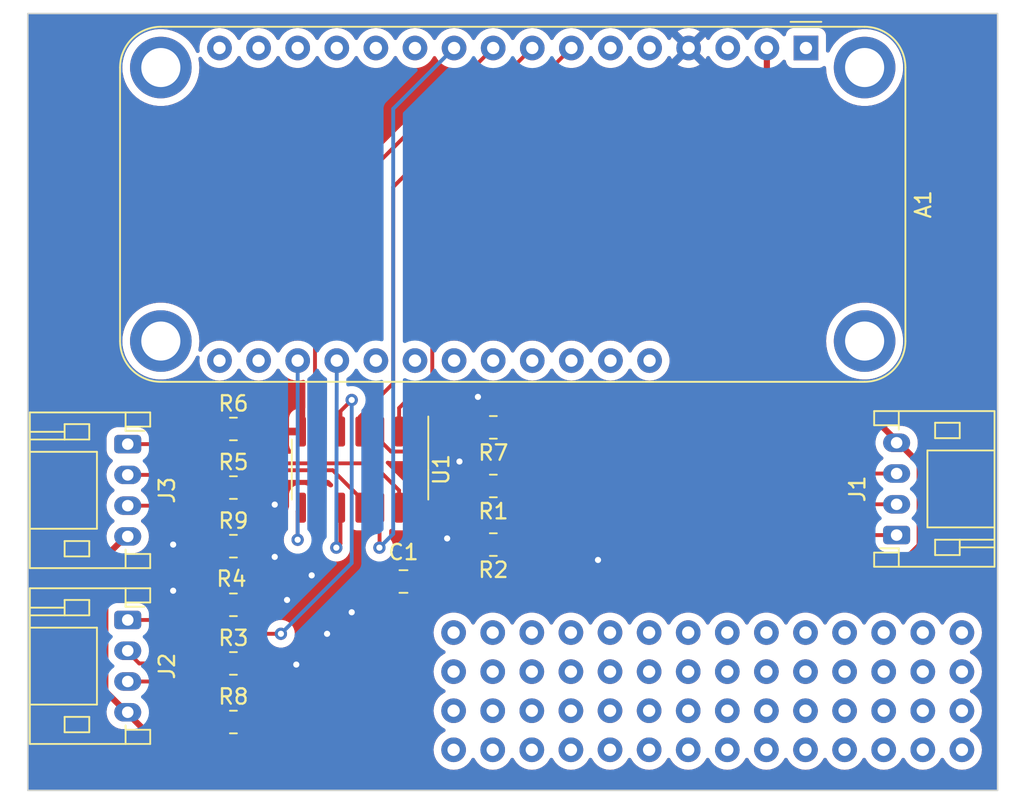
<source format=kicad_pcb>
(kicad_pcb (version 20221018) (generator pcbnew)
  (layers (0 "F.Cu" signal) (31 "B.Cu" signal) (34 "B.Paste" user) (35 "F.Paste" user) (36 "B.SilkS" user "B.Silkscreen") (37 "F.SilkS" user "F.Silkscreen") (38 "B.Mask" user) (39 "F.Mask" user) (44 "Edge.Cuts" user))
  (net 0 "")
  (net 2 "+3V3")
  (net 4 "GND")
  (net 7 "Net-(A1-I34{slash}A2)")
  (net 8 "Net-(A1-I39{slash}A3)")
  (net 9 "Net-(A1-IO36{slash}A4)")
  (net 10 "Net-(A1-IO4{slash}A5)")
  (net 19 "Net-(A1-A6{slash}IO14)")
  (net 20 "Net-(A1-A7{slash}IO32)")
  (net 29 "Net-(J1-Pin_1)")
  (net 30 "Net-(J1-Pin_2)")
  (net 31 "Net-(J1-Pin_3)")
  (net 32 "Net-(J2-Pin_1)")
  (net 33 "Net-(J2-Pin_2)")
  (net 34 "Net-(J2-Pin_3)")
  (net 35 "Net-(J3-Pin_1)")
  (net 36 "Net-(J3-Pin_2)")
  (net 37 "Net-(J3-Pin_3)")
  (footprint "Resistor_SMD:R_0805_2012Metric_Pad1.20x1.40mm_HandSolder" (layer "F.Cu") (at 30.115 48.895)
    (fp_text reference "R5" (at 0 -1.65) (layer "F.SilkS"))
    (fp_text value "4.7k")
    (fp_line (start -0.227064 -0.735) (end 0.227064 -0.735) (stroke (width 0.12)) (layer "F.SilkS"))
    (fp_line (start -0.227064 0.735) (end 0.227064 0.735) (stroke (width 0.12)) (layer "F.SilkS"))
    (pad "1" smd roundrect (at -1 0) (size 1.2 1.4) (layers "F.Cu" "F.Paste" "F.Mask") (roundrect_rratio 0.2083333333) (net 36 "Net-(J3-Pin_2)"))
    (pad "2" smd roundrect (at 1 0) (size 1.2 1.4) (layers "F.Cu" "F.Paste" "F.Mask") (roundrect_rratio 0.2083333333) (net 4 "GND"))
  )
  (footprint "Connector_JST:JST_PH_S4B-PH-K_1x04_P2.00mm_Horizontal" (layer "F.Cu") (at 23.25 57.5 -90)
    (fp_text reference "J2" (at 3 -2.55 90) (layer "F.SilkS"))
    (fp_text value "Left Motor")
    (fp_line (start -2.06 -1.46) (end -2.06 6.36) (stroke (width 0.12)) (layer "F.SilkS"))
    (fp_line (start -2.06 0.14) (end -1.14 0.14) (stroke (width 0.12)) (layer "F.SilkS"))
    (fp_line (start -2.06 6.36) (end 8.06 6.36) (stroke (width 0.12)) (layer "F.SilkS"))
    (fp_line (start -1.3 2.5) (end -1.3 4.1) (stroke (width 0.12)) (layer "F.SilkS"))
    (fp_line (start -1.3 4.1) (end -0.3 4.1) (stroke (width 0.12)) (layer "F.SilkS"))
    (fp_line (start -1.14 -1.46) (end -2.06 -1.46) (stroke (width 0.12)) (layer "F.SilkS"))
    (fp_line (start -1.14 0.14) (end -1.14 -1.46) (stroke (width 0.12)) (layer "F.SilkS"))
    (fp_line (start -0.86 0.14) (end -1.14 0.14) (stroke (width 0.12)) (layer "F.SilkS"))
    (fp_line (start -0.86 0.14) (end -0.86 -1.075) (stroke (width 0.12)) (layer "F.SilkS"))
    (fp_line (start -0.8 4.1) (end -0.8 6.36) (stroke (width 0.12)) (layer "F.SilkS"))
    (fp_line (start -0.3 2.5) (end -1.3 2.5) (stroke (width 0.12)) (layer "F.SilkS"))
    (fp_line (start -0.3 4.1) (end -0.3 2.5) (stroke (width 0.12)) (layer "F.SilkS"))
    (fp_line (start -0.3 4.1) (end -0.3 6.36) (stroke (width 0.12)) (layer "F.SilkS"))
    (fp_line (start 0.5 2) (end 5.5 2) (stroke (width 0.12)) (layer "F.SilkS"))
    (fp_line (start 0.5 6.36) (end 0.5 2) (stroke (width 0.12)) (layer "F.SilkS"))
    (fp_line (start 5.5 2) (end 5.5 6.36) (stroke (width 0.12)) (layer "F.SilkS"))
    (fp_line (start 6.3 2.5) (end 7.3 2.5) (stroke (width 0.12)) (layer "F.SilkS"))
    (fp_line (start 6.3 4.1) (end 6.3 2.5) (stroke (width 0.12)) (layer "F.SilkS"))
    (fp_line (start 7.14 -1.46) (end 7.14 0.14) (stroke (width 0.12)) (layer "F.SilkS"))
    (fp_line (start 7.14 0.14) (end 6.86 0.14) (stroke (width 0.12)) (layer "F.SilkS"))
    (fp_line (start 7.3 2.5) (end 7.3 4.1) (stroke (width 0.12)) (layer "F.SilkS"))
    (fp_line (start 7.3 4.1) (end 6.3 4.1) (stroke (width 0.12)) (layer "F.SilkS"))
    (fp_line (start 8.06 -1.46) (end 7.14 -1.46) (stroke (width 0.12)) (layer "F.SilkS"))
    (fp_line (start 8.06 0.14) (end 7.14 0.14) (stroke (width 0.12)) (layer "F.SilkS"))
    (fp_line (start 8.06 6.36) (end 8.06 -1.46) (stroke (width 0.12)) (layer "F.SilkS"))
    (pad "1" thru_hole roundrect (at 0 0 270) (size 1.2 1.75) (drill 0.75) (layers "*.Cu" "*.Mask") (roundrect_rratio 0.2083333333) (net 32 "Net-(J2-Pin_1)"))
    (pad "2" thru_hole oval (at 2 0 270) (size 1.2 1.75) (drill 0.75) (layers "*.Cu" "*.Mask") (net 33 "Net-(J2-Pin_2)"))
    (pad "3" thru_hole oval (at 4 0 270) (size 1.2 1.75) (drill 0.75) (layers "*.Cu" "*.Mask") (net 34 "Net-(J2-Pin_3)"))
    (pad "4" thru_hole oval (at 6 0 270) (size 1.2 1.75) (drill 0.75) (layers "*.Cu" "*.Mask") (net 2 "+3V3"))
  )
  (footprint "Resistor_SMD:R_0805_2012Metric_Pad1.20x1.40mm_HandSolder" (layer "F.Cu") (at 30.115 60.325)
    (fp_text reference "R3" (at 0 -1.65) (layer "F.SilkS"))
    (fp_text value "4.7k")
    (fp_line (start -0.227064 -0.735) (end 0.227064 -0.735) (stroke (width 0.12)) (layer "F.SilkS"))
    (fp_line (start -0.227064 0.735) (end 0.227064 0.735) (stroke (width 0.12)) (layer "F.SilkS"))
    (pad "1" smd roundrect (at -1 0) (size 1.2 1.4) (layers "F.Cu" "F.Paste" "F.Mask") (roundrect_rratio 0.2083333333) (net 33 "Net-(J2-Pin_2)"))
    (pad "2" smd roundrect (at 1 0) (size 1.2 1.4) (layers "F.Cu" "F.Paste" "F.Mask") (roundrect_rratio 0.2083333333) (net 4 "GND"))
  )
  (footprint "Package_SO:SOIC-14_3.9x8.7mm_P1.27mm" (layer "F.Cu") (at 38.34 47.725 -90)
    (fp_text reference "U1" (at 0 -5.28 -90) (layer "F.SilkS"))
    (fp_text value "74HC14")
    (fp_line (start 0 -4.435) (end -3.45 -4.435) (stroke (width 0.12)) (layer "F.SilkS"))
    (fp_line (start 0 -4.435) (end 1.95 -4.435) (stroke (width 0.12)) (layer "F.SilkS"))
    (fp_line (start 0 4.435) (end -1.95 4.435) (stroke (width 0.12)) (layer "F.SilkS"))
    (fp_line (start 0 4.435) (end 1.95 4.435) (stroke (width 0.12)) (layer "F.SilkS"))
    (pad "1" smd roundrect (at -2.475 -3.81 270) (size 1.95 0.6) (layers "F.Cu" "F.Paste" "F.Mask") (net 30 "Net-(J1-Pin_2)"))
    (pad "2" smd roundrect (at -2.475 -2.54 270) (size 1.95 0.6) (layers "F.Cu" "F.Paste" "F.Mask") (net 7 "Net-(A1-I34{slash}A2)"))
    (pad "3" smd roundrect (at -2.475 -1.27 270) (size 1.95 0.6) (layers "F.Cu" "F.Paste" "F.Mask") (net 29 "Net-(J1-Pin_1)"))
    (pad "4" smd roundrect (at -2.475 0 270) (size 1.95 0.6) (layers "F.Cu" "F.Paste" "F.Mask") (net 8 "Net-(A1-I39{slash}A3)"))
    (pad "5" smd roundrect (at -2.475 1.27 270) (size 1.95 0.6) (layers "F.Cu" "F.Paste" "F.Mask") (net 33 "Net-(J2-Pin_2)"))
    (pad "6" smd roundrect (at -2.475 2.54 270) (size 1.95 0.6) (layers "F.Cu" "F.Paste" "F.Mask") (net 9 "Net-(A1-IO36{slash}A4)"))
    (pad "7" smd roundrect (at -2.475 3.81 270) (size 1.95 0.6) (layers "F.Cu" "F.Paste" "F.Mask") (net 4 "GND"))
    (pad "8" smd roundrect (at 2.475 3.81 270) (size 1.95 0.6) (layers "F.Cu" "F.Paste" "F.Mask") (net 19 "Net-(A1-A6{slash}IO14)"))
    (pad "9" smd roundrect (at 2.475 2.54 270) (size 1.95 0.6) (layers "F.Cu" "F.Paste" "F.Mask") (net 32 "Net-(J2-Pin_1)"))
    (pad "10" smd roundrect (at 2.475 1.27 270) (size 1.95 0.6) (layers "F.Cu" "F.Paste" "F.Mask") (net 20 "Net-(A1-A7{slash}IO32)"))
    (pad "11" smd roundrect (at 2.475 0 270) (size 1.95 0.6) (layers "F.Cu" "F.Paste" "F.Mask") (net 36 "Net-(J3-Pin_2)"))
    (pad "12" smd roundrect (at 2.475 -1.27 270) (size 1.95 0.6) (layers "F.Cu" "F.Paste" "F.Mask") (net 10 "Net-(A1-IO4{slash}A5)"))
    (pad "13" smd roundrect (at 2.475 -2.54 270) (size 1.95 0.6) (layers "F.Cu" "F.Paste" "F.Mask") (net 35 "Net-(J3-Pin_1)"))
    (pad "14" smd roundrect (at 2.475 -3.81 270) (size 1.95 0.6) (layers "F.Cu" "F.Paste" "F.Mask") (net 2 "+3V3"))
  )
  (footprint "Capacitor_SMD:C_0805_2012Metric_Pad1.18x1.45mm_HandSolder" (layer "F.Cu") (at 41.1625 55 180)
    (fp_text reference "C1" (at 0 1.905) (layer "F.SilkS"))
    (fp_text value "0.1uF")
    (fp_line (start -0.261252 -0.735) (end 0.261252 -0.735) (stroke (width 0.12)) (layer "F.SilkS"))
    (fp_line (start -0.261252 0.735) (end 0.261252 0.735) (stroke (width 0.12)) (layer "F.SilkS"))
    (pad "1" smd roundrect (at -1.0375 0 180) (size 1.175 1.45) (layers "F.Cu" "F.Paste" "F.Mask") (roundrect_rratio 0.2127659574) (net 2 "+3V3"))
    (pad "2" smd roundrect (at 1.0375 0 180) (size 1.175 1.45) (layers "F.Cu" "F.Paste" "F.Mask") (roundrect_rratio 0.2127659574) (net 4 "GND"))
  )
  (footprint "Resistor_SMD:R_0805_2012Metric_Pad1.20x1.40mm_HandSolder" (layer "F.Cu") (at 47 48.79 180)
    (fp_text reference "R1" (at 0 -1.65) (layer "F.SilkS"))
    (fp_text value "4.7k")
    (fp_line (start -0.227064 -0.735) (end 0.227064 -0.735) (stroke (width 0.12)) (layer "F.SilkS"))
    (fp_line (start -0.227064 0.735) (end 0.227064 0.735) (stroke (width 0.12)) (layer "F.SilkS"))
    (pad "1" smd roundrect (at -1 0 180) (size 1.2 1.4) (layers "F.Cu" "F.Paste" "F.Mask") (roundrect_rratio 0.2083333333) (net 30 "Net-(J1-Pin_2)"))
    (pad "2" smd roundrect (at 1 0 180) (size 1.2 1.4) (layers "F.Cu" "F.Paste" "F.Mask") (roundrect_rratio 0.2083333333) (net 4 "GND"))
  )
  (footprint "Ferg Library:proto grid 14x4" (layer "F.Cu") (at 62.2 63.4)
    (fp_text reference "" (at 0 -0.5 unlocked) (layer "F.SilkS") (effects (font (thickness 0.1))))
    (fp_text value "proto grid 14x4")
    (pad "1" thru_hole oval (at -17.78 -5.08) (size 1.6 1.6) (drill 0.8) (layers "*.Cu" "*.Mask"))
    (pad "2" thru_hole oval (at -15.24 -5.08) (size 1.6 1.6) (drill 0.8) (layers "*.Cu" "*.Mask"))
    (pad "3" thru_hole oval (at -12.7 -5.08) (size 1.6 1.6) (drill 0.8) (layers "*.Cu" "*.Mask"))
    (pad "4" thru_hole oval (at -10.16 -5.08) (size 1.6 1.6) (drill 0.8) (layers "*.Cu" "*.Mask"))
    (pad "5" thru_hole oval (at -7.62 -5.08) (size 1.6 1.6) (drill 0.8) (layers "*.Cu" "*.Mask"))
    (pad "6" thru_hole oval (at -5.08 -5.08) (size 1.6 1.6) (drill 0.8) (layers "*.Cu" "*.Mask"))
    (pad "7" thru_hole oval (at -2.54 -5.08) (size 1.6 1.6) (drill 0.8) (layers "*.Cu" "*.Mask"))
    (pad "8" thru_hole oval (at 0 -5.08) (size 1.6 1.6) (drill 0.8) (layers "*.Cu" "*.Mask"))
    (pad "9" thru_hole oval (at 2.54 -5.08) (size 1.6 1.6) (drill 0.8) (layers "*.Cu" "*.Mask"))
    (pad "10" thru_hole oval (at 5.08 -5.08) (size 1.6 1.6) (drill 0.8) (layers "*.Cu" "*.Mask"))
    (pad "11" thru_hole oval (at 7.62 -5.08) (size 1.6 1.6) (drill 0.8) (layers "*.Cu" "*.Mask"))
    (pad "12" thru_hole oval (at 10.16 -5.08) (size 1.6 1.6) (drill 0.8) (layers "*.Cu" "*.Mask"))
    (pad "13" thru_hole oval (at 12.7 -5.08) (size 1.6 1.6) (drill 0.8) (layers "*.Cu" "*.Mask"))
    (pad "14" thru_hole oval (at 15.24 -5.08) (size 1.6 1.6) (drill 0.8) (layers "*.Cu" "*.Mask"))
    (pad "15" thru_hole oval (at -17.78 -2.54) (size 1.6 1.6) (drill 0.8) (layers "*.Cu" "*.Mask"))
    (pad "16" thru_hole oval (at -15.24 -2.54) (size 1.6 1.6) (drill 0.8) (layers "*.Cu" "*.Mask"))
    (pad "17" thru_hole oval (at -12.7 -2.54) (size 1.6 1.6) (drill 0.8) (layers "*.Cu" "*.Mask"))
    (pad "18" thru_hole oval (at -10.16 -2.54) (size 1.6 1.6) (drill 0.8) (layers "*.Cu" "*.Mask"))
    (pad "19" thru_hole oval (at -7.62 -2.54) (size 1.6 1.6) (drill 0.8) (layers "*.Cu" "*.Mask"))
    (pad "20" thru_hole oval (at -5.08 -2.54) (size 1.6 1.6) (drill 0.8) (layers "*.Cu" "*.Mask"))
    (pad "21" thru_hole oval (at -2.54 -2.54) (size 1.6 1.6) (drill 0.8) (layers "*.Cu" "*.Mask"))
    (pad "22" thru_hole oval (at 0 -2.54) (size 1.6 1.6) (drill 0.8) (layers "*.Cu" "*.Mask"))
    (pad "23" thru_hole oval (at 2.54 -2.54) (size 1.6 1.6) (drill 0.8) (layers "*.Cu" "*.Mask"))
    (pad "24" thru_hole oval (at 5.08 -2.54) (size 1.6 1.6) (drill 0.8) (layers "*.Cu" "*.Mask"))
    (pad "25" thru_hole oval (at 7.62 -2.54) (size 1.6 1.6) (drill 0.8) (layers "*.Cu" "*.Mask"))
    (pad "26" thru_hole oval (at 10.16 -2.54) (size 1.6 1.6) (drill 0.8) (layers "*.Cu" "*.Mask"))
    (pad "27" thru_hole oval (at 12.7 -2.54) (size 1.6 1.6) (drill 0.8) (layers "*.Cu" "*.Mask"))
    (pad "28" thru_hole oval (at 15.24 -2.54) (size 1.6 1.6) (drill 0.8) (layers "*.Cu" "*.Mask"))
    (pad "29" thru_hole oval (at -17.78 0) (size 1.6 1.6) (drill 0.8) (layers "*.Cu" "*.Mask"))
    (pad "30" thru_hole oval (at -15.24 0) (size 1.6 1.6) (drill 0.8) (layers "*.Cu" "*.Mask"))
    (pad "31" thru_hole oval (at -12.7 0) (size 1.6 1.6) (drill 0.8) (layers "*.Cu" "*.Mask"))
    (pad "32" thru_hole oval (at -10.16 0) (size 1.6 1.6) (drill 0.8) (layers "*.Cu" "*.Mask"))
    (pad "33" thru_hole oval (at -7.62 0) (size 1.6 1.6) (drill 0.8) (layers "*.Cu" "*.Mask"))
    (pad "34" thru_hole oval (at -5.08 0) (size 1.6 1.6) (drill 0.8) (layers "*.Cu" "*.Mask"))
    (pad "35" thru_hole oval (at -2.54 0) (size 1.6 1.6) (drill 0.8) (layers "*.Cu" "*.Mask"))
    (pad "36" thru_hole oval (at 0 0) (size 1.6 1.6) (drill 0.8) (layers "*.Cu" "*.Mask"))
    (pad "37" thru_hole oval (at 2.54 0) (size 1.6 1.6) (drill 0.8) (layers "*.Cu" "*.Mask"))
    (pad "38" thru_hole oval (at 5.08 0) (size 1.6 1.6) (drill 0.8) (layers "*.Cu" "*.Mask"))
    (pad "39" thru_hole oval (at 7.62 0) (size 1.6 1.6) (drill 0.8) (layers "*.Cu" "*.Mask"))
    (pad "40" thru_hole oval (at 10.16 0) (size 1.6 1.6) (drill 0.8) (layers "*.Cu" "*.Mask"))
    (pad "41" thru_hole oval (at 12.7 0) (size 1.6 1.6) (drill 0.8) (layers "*.Cu" "*.Mask"))
    (pad "42" thru_hole oval (at 15.24 0) (size 1.6 1.6) (drill 0.8) (layers "*.Cu" "*.Mask"))
    (pad "43" thru_hole oval (at -17.78 2.54) (size 1.6 1.6) (drill 0.8) (layers "*.Cu" "*.Mask"))
    (pad "44" thru_hole oval (at -15.24 2.54) (size 1.6 1.6) (drill 0.8) (layers "*.Cu" "*.Mask"))
    (pad "45" thru_hole oval (at -12.7 2.54) (size 1.6 1.6) (drill 0.8) (layers "*.Cu" "*.Mask"))
    (pad "46" thru_hole oval (at -10.16 2.54) (size 1.6 1.6) (drill 0.8) (layers "*.Cu" "*.Mask"))
    (pad "47" thru_hole oval (at -7.62 2.54) (size 1.6 1.6) (drill 0.8) (layers "*.Cu" "*.Mask"))
    (pad "48" thru_hole oval (at -5.08 2.54) (size 1.6 1.6) (drill 0.8) (layers "*.Cu" "*.Mask"))
    (pad "49" thru_hole oval (at -2.54 2.54) (size 1.6 1.6) (drill 0.8) (layers "*.Cu" "*.Mask"))
    (pad "50" thru_hole oval (at 0 2.54) (size 1.6 1.6) (drill 0.8) (layers "*.Cu" "*.Mask"))
    (pad "51" thru_hole oval (at 2.54 2.54) (size 1.6 1.6) (drill 0.8) (layers "*.Cu" "*.Mask"))
    (pad "52" thru_hole oval (at 5.08 2.54) (size 1.6 1.6) (drill 0.8) (layers "*.Cu" "*.Mask"))
    (pad "53" thru_hole oval (at 7.62 2.54) (size 1.6 1.6) (drill 0.8) (layers "*.Cu" "*.Mask"))
    (pad "54" thru_hole oval (at 10.16 2.54) (size 1.6 1.6) (drill 0.8) (layers "*.Cu" "*.Mask"))
    (pad "55" thru_hole oval (at 12.7 2.54) (size 1.6 1.6) (drill 0.8) (layers "*.Cu" "*.Mask"))
    (pad "56" thru_hole oval (at 15.24 2.54) (size 1.6 1.6) (drill 0.8) (layers "*.Cu" "*.Mask"))
  )
  (footprint "Resistor_SMD:R_0805_2012Metric_Pad1.20x1.40mm_HandSolder" (layer "F.Cu") (at 30.115 45.085)
    (fp_text reference "R6" (at 0 -1.65) (layer "F.SilkS"))
    (fp_text value "4.7k")
    (fp_line (start -0.227064 -0.735) (end 0.227064 -0.735) (stroke (width 0.12)) (layer "F.SilkS"))
    (fp_line (start -0.227064 0.735) (end 0.227064 0.735) (stroke (width 0.12)) (layer "F.SilkS"))
    (pad "1" smd roundrect (at -1 0) (size 1.2 1.4) (layers "F.Cu" "F.Paste" "F.Mask") (roundrect_rratio 0.2083333333) (net 35 "Net-(J3-Pin_1)"))
    (pad "2" smd roundrect (at 1 0) (size 1.2 1.4) (layers "F.Cu" "F.Paste" "F.Mask") (roundrect_rratio 0.2083333333) (net 4 "GND"))
  )
  (footprint "Connector_JST:JST_PH_S4B-PH-K_1x04_P2.00mm_Horizontal" (layer "F.Cu") (at 73.2 51.98204 90)
    (fp_text reference "J1" (at 3 -2.55 90) (layer "F.SilkS"))
    (fp_text value "Rear Motor")
    (fp_line (start -2.06 -1.46) (end -2.06 6.36) (stroke (width 0.12)) (layer "F.SilkS"))
    (fp_line (start -2.06 0.14) (end -1.14 0.14) (stroke (width 0.12)) (layer "F.SilkS"))
    (fp_line (start -2.06 6.36) (end 8.06 6.36) (stroke (width 0.12)) (layer "F.SilkS"))
    (fp_line (start -1.3 2.5) (end -1.3 4.1) (stroke (width 0.12)) (layer "F.SilkS"))
    (fp_line (start -1.3 4.1) (end -0.3 4.1) (stroke (width 0.12)) (layer "F.SilkS"))
    (fp_line (start -1.14 -1.46) (end -2.06 -1.46) (stroke (width 0.12)) (layer "F.SilkS"))
    (fp_line (start -1.14 0.14) (end -1.14 -1.46) (stroke (width 0.12)) (layer "F.SilkS"))
    (fp_line (start -0.86 0.14) (end -1.14 0.14) (stroke (width 0.12)) (layer "F.SilkS"))
    (fp_line (start -0.86 0.14) (end -0.86 -1.075) (stroke (width 0.12)) (layer "F.SilkS"))
    (fp_line (start -0.8 4.1) (end -0.8 6.36) (stroke (width 0.12)) (layer "F.SilkS"))
    (fp_line (start -0.3 2.5) (end -1.3 2.5) (stroke (width 0.12)) (layer "F.SilkS"))
    (fp_line (start -0.3 4.1) (end -0.3 2.5) (stroke (width 0.12)) (layer "F.SilkS"))
    (fp_line (start -0.3 4.1) (end -0.3 6.36) (stroke (width 0.12)) (layer "F.SilkS"))
    (fp_line (start 0.5 2) (end 5.5 2) (stroke (width 0.12)) (layer "F.SilkS"))
    (fp_line (start 0.5 6.36) (end 0.5 2) (stroke (width 0.12)) (layer "F.SilkS"))
    (fp_line (start 5.5 2) (end 5.5 6.36) (stroke (width 0.12)) (layer "F.SilkS"))
    (fp_line (start 6.3 2.5) (end 7.3 2.5) (stroke (width 0.12)) (layer "F.SilkS"))
    (fp_line (start 6.3 4.1) (end 6.3 2.5) (stroke (width 0.12)) (layer "F.SilkS"))
    (fp_line (start 7.14 -1.46) (end 7.14 0.14) (stroke (width 0.12)) (layer "F.SilkS"))
    (fp_line (start 7.14 0.14) (end 6.86 0.14) (stroke (width 0.12)) (layer "F.SilkS"))
    (fp_line (start 7.3 2.5) (end 7.3 4.1) (stroke (width 0.12)) (layer "F.SilkS"))
    (fp_line (start 7.3 4.1) (end 6.3 4.1) (stroke (width 0.12)) (layer "F.SilkS"))
    (fp_line (start 8.06 -1.46) (end 7.14 -1.46) (stroke (width 0.12)) (layer "F.SilkS"))
    (fp_line (start 8.06 0.14) (end 7.14 0.14) (stroke (width 0.12)) (layer "F.SilkS"))
    (fp_line (start 8.06 6.36) (end 8.06 -1.46) (stroke (width 0.12)) (layer "F.SilkS"))
    (pad "1" thru_hole roundrect (at 0 0 90) (size 1.2 1.75) (drill 0.75) (layers "*.Cu" "*.Mask") (roundrect_rratio 0.2083333333) (net 29 "Net-(J1-Pin_1)"))
    (pad "2" thru_hole oval (at 2 0 90) (size 1.2 1.75) (drill 0.75) (layers "*.Cu" "*.Mask") (net 30 "Net-(J1-Pin_2)"))
    (pad "3" thru_hole oval (at 4 0 90) (size 1.2 1.75) (drill 0.75) (layers "*.Cu" "*.Mask") (net 31 "Net-(J1-Pin_3)"))
    (pad "4" thru_hole oval (at 6 0 90) (size 1.2 1.75) (drill 0.75) (layers "*.Cu" "*.Mask") (net 2 "+3V3"))
  )
  (footprint "Resistor_SMD:R_0805_2012Metric_Pad1.20x1.40mm_HandSolder" (layer "F.Cu") (at 30.115 52.705)
    (fp_text reference "R9" (at 0 -1.65) (layer "F.SilkS"))
    (fp_text value "200")
    (fp_line (start -0.227064 -0.735) (end 0.227064 -0.735) (stroke (width 0.12)) (layer "F.SilkS"))
    (fp_line (start -0.227064 0.735) (end 0.227064 0.735) (stroke (width 0.12)) (layer "F.SilkS"))
    (pad "1" smd roundrect (at -1 0) (size 1.2 1.4) (layers "F.Cu" "F.Paste" "F.Mask") (roundrect_rratio 0.2083333333) (net 37 "Net-(J3-Pin_3)"))
    (pad "2" smd roundrect (at 1 0) (size 1.2 1.4) (layers "F.Cu" "F.Paste" "F.Mask") (roundrect_rratio 0.2083333333) (net 4 "GND"))
  )
  (footprint "Resistor_SMD:R_0805_2012Metric_Pad1.20x1.40mm_HandSolder" (layer "F.Cu") (at 47 44.98 180)
    (fp_text reference "R7" (at 0 -1.65) (layer "F.SilkS"))
    (fp_text value "200")
    (fp_line (start -0.227064 -0.735) (end 0.227064 -0.735) (stroke (width 0.12)) (layer "F.SilkS"))
    (fp_line (start -0.227064 0.735) (end 0.227064 0.735) (stroke (width 0.12)) (layer "F.SilkS"))
    (pad "1" smd roundrect (at -1 0 180) (size 1.2 1.4) (layers "F.Cu" "F.Paste" "F.Mask") (roundrect_rratio 0.2083333333) (net 31 "Net-(J1-Pin_3)"))
    (pad "2" smd roundrect (at 1 0 180) (size 1.2 1.4) (layers "F.Cu" "F.Paste" "F.Mask") (roundrect_rratio 0.2083333333) (net 4 "GND"))
  )
  (footprint "Connector_JST:JST_PH_S4B-PH-K_1x04_P2.00mm_Horizontal" (layer "F.Cu") (at 23.25 46.07 -90)
    (fp_text reference "J3" (at 3 -2.55 90) (layer "F.SilkS"))
    (fp_text value "Right Motor")
    (fp_line (start -2.06 -1.46) (end -2.06 6.36) (stroke (width 0.12)) (layer "F.SilkS"))
    (fp_line (start -2.06 0.14) (end -1.14 0.14) (stroke (width 0.12)) (layer "F.SilkS"))
    (fp_line (start -2.06 6.36) (end 8.06 6.36) (stroke (width 0.12)) (layer "F.SilkS"))
    (fp_line (start -1.3 2.5) (end -1.3 4.1) (stroke (width 0.12)) (layer "F.SilkS"))
    (fp_line (start -1.3 4.1) (end -0.3 4.1) (stroke (width 0.12)) (layer "F.SilkS"))
    (fp_line (start -1.14 -1.46) (end -2.06 -1.46) (stroke (width 0.12)) (layer "F.SilkS"))
    (fp_line (start -1.14 0.14) (end -1.14 -1.46) (stroke (width 0.12)) (layer "F.SilkS"))
    (fp_line (start -0.86 0.14) (end -1.14 0.14) (stroke (width 0.12)) (layer "F.SilkS"))
    (fp_line (start -0.86 0.14) (end -0.86 -1.075) (stroke (width 0.12)) (layer "F.SilkS"))
    (fp_line (start -0.8 4.1) (end -0.8 6.36) (stroke (width 0.12)) (layer "F.SilkS"))
    (fp_line (start -0.3 2.5) (end -1.3 2.5) (stroke (width 0.12)) (layer "F.SilkS"))
    (fp_line (start -0.3 4.1) (end -0.3 2.5) (stroke (width 0.12)) (layer "F.SilkS"))
    (fp_line (start -0.3 4.1) (end -0.3 6.36) (stroke (width 0.12)) (layer "F.SilkS"))
    (fp_line (start 0.5 2) (end 5.5 2) (stroke (width 0.12)) (layer "F.SilkS"))
    (fp_line (start 0.5 6.36) (end 0.5 2) (stroke (width 0.12)) (layer "F.SilkS"))
    (fp_line (start 5.5 2) (end 5.5 6.36) (stroke (width 0.12)) (layer "F.SilkS"))
    (fp_line (start 6.3 2.5) (end 7.3 2.5) (stroke (width 0.12)) (layer "F.SilkS"))
    (fp_line (start 6.3 4.1) (end 6.3 2.5) (stroke (width 0.12)) (layer "F.SilkS"))
    (fp_line (start 7.14 -1.46) (end 7.14 0.14) (stroke (width 0.12)) (layer "F.SilkS"))
    (fp_line (start 7.14 0.14) (end 6.86 0.14) (stroke (width 0.12)) (layer "F.SilkS"))
    (fp_line (start 7.3 2.5) (end 7.3 4.1) (stroke (width 0.12)) (layer "F.SilkS"))
    (fp_line (start 7.3 4.1) (end 6.3 4.1) (stroke (width 0.12)) (layer "F.SilkS"))
    (fp_line (start 8.06 -1.46) (end 7.14 -1.46) (stroke (width 0.12)) (layer "F.SilkS"))
    (fp_line (start 8.06 0.14) (end 7.14 0.14) (stroke (width 0.12)) (layer "F.SilkS"))
    (fp_line (start 8.06 6.36) (end 8.06 -1.46) (stroke (width 0.12)) (layer "F.SilkS"))
    (pad "1" thru_hole roundrect (at 0 0 270) (size 1.2 1.75) (drill 0.75) (layers "*.Cu" "*.Mask") (roundrect_rratio 0.2083333333) (net 35 "Net-(J3-Pin_1)"))
    (pad "2" thru_hole oval (at 2 0 270) (size 1.2 1.75) (drill 0.75) (layers "*.Cu" "*.Mask") (net 36 "Net-(J3-Pin_2)"))
    (pad "3" thru_hole oval (at 4 0 270) (size 1.2 1.75) (drill 0.75) (layers "*.Cu" "*.Mask") (net 37 "Net-(J3-Pin_3)"))
    (pad "4" thru_hole oval (at 6 0 270) (size 1.2 1.75) (drill 0.75) (layers "*.Cu" "*.Mask") (net 2 "+3V3"))
  )
  (footprint "Resistor_SMD:R_0805_2012Metric_Pad1.20x1.40mm_HandSolder" (layer "F.Cu") (at 30.115 64.135)
    (fp_text reference "R8" (at 0 -1.65) (layer "F.SilkS"))
    (fp_text value "200")
    (fp_line (start -0.227064 -0.735) (end 0.227064 -0.735) (stroke (width 0.12)) (layer "F.SilkS"))
    (fp_line (start -0.227064 0.735) (end 0.227064 0.735) (stroke (width 0.12)) (layer "F.SilkS"))
    (pad "1" smd roundrect (at -1 0) (size 1.2 1.4) (layers "F.Cu" "F.Paste" "F.Mask") (roundrect_rratio 0.2083333333) (net 34 "Net-(J2-Pin_3)"))
    (pad "2" smd roundrect (at 1 0) (size 1.2 1.4) (layers "F.Cu" "F.Paste" "F.Mask") (roundrect_rratio 0.2083333333) (net 4 "GND"))
  )
  (footprint "Resistor_SMD:R_0805_2012Metric_Pad1.20x1.40mm_HandSolder" (layer "F.Cu") (at 30.115 56.515)
    (fp_text reference "R4" (at -0.12641 -1.686965) (layer "F.SilkS"))
    (fp_text value "4.7k")
    (fp_line (start -0.227064 -0.735) (end 0.227064 -0.735) (stroke (width 0.12)) (layer "F.SilkS"))
    (fp_line (start -0.227064 0.735) (end 0.227064 0.735) (stroke (width 0.12)) (layer "F.SilkS"))
    (pad "1" smd roundrect (at -1 0) (size 1.2 1.4) (layers "F.Cu" "F.Paste" "F.Mask") (roundrect_rratio 0.2083333333) (net 32 "Net-(J2-Pin_1)"))
    (pad "2" smd roundrect (at 1 0) (size 1.2 1.4) (layers "F.Cu" "F.Paste" "F.Mask") (roundrect_rratio 0.2083333333) (net 4 "GND"))
  )
  (footprint "Resistor_SMD:R_0805_2012Metric_Pad1.20x1.40mm_HandSolder" (layer "F.Cu") (at 47 52.6 180)
    (fp_text reference "R2" (at 0 -1.65) (layer "F.SilkS"))
    (fp_text value "4.7k")
    (fp_line (start -0.227064 -0.735) (end 0.227064 -0.735) (stroke (width 0.12)) (layer "F.SilkS"))
    (fp_line (start -0.227064 0.735) (end 0.227064 0.735) (stroke (width 0.12)) (layer "F.SilkS"))
    (pad "1" smd roundrect (at -1 0 180) (size 1.2 1.4) (layers "F.Cu" "F.Paste" "F.Mask") (roundrect_rratio 0.2083333333) (net 29 "Net-(J1-Pin_1)"))
    (pad "2" smd roundrect (at 1 0 180) (size 1.2 1.4) (layers "F.Cu" "F.Paste" "F.Mask") (roundrect_rratio 0.2083333333) (net 4 "GND"))
  )
  (footprint "Ferg Library:Adafruit_Feather" (layer "F.Cu") (at 67.31 20.32 -90)
    (fp_text reference "A1" (at 10.16 -7.62 90) (layer "F.SilkS"))
    (fp_text value "ESP32 Feather V2")
    (fp_line (start -1.7 1) (end -1.7 -1) (stroke (width 0.12)) (layer "F.SilkS"))
    (fp_line (start -1.38 -3.81) (end -1.38 41.91) (stroke (width 0.12)) (layer "F.SilkS"))
    (fp_line (start 19.05 -6.46) (end 1.27 -6.46) (stroke (width 0.12)) (layer "F.SilkS"))
    (fp_line (start 19.05 44.56) (end 1.27 44.56) (stroke (width 0.12)) (layer "F.SilkS"))
    (fp_line (start 21.7 -3.81) (end 21.7 41.91) (stroke (width 0.12)) (layer "F.SilkS"))
    (fp_arc (start -1.38 -3.81) (mid -0.603833 -5.683833) (end 1.27 -6.46) (stroke (width 0.12)) (layer "F.SilkS"))
    (fp_arc (start 1.27 44.56) (mid -0.603833 43.783833) (end -1.38 41.91) (stroke (width 0.12)) (layer "F.SilkS"))
    (fp_arc (start 19.05 -6.46) (mid 20.923833 -5.683833) (end 21.7 -3.81) (stroke (width 0.12)) (layer "F.SilkS"))
    (fp_arc (start 21.7 41.91) (mid 20.923833 43.783833) (end 19.05 44.56) (stroke (width 0.12)) (layer "F.SilkS"))
    (pad "" thru_hole circle (at 1.27 -3.81 270) (size 4 4) (drill 2.54) (layers "*.Cu" "*.Mask"))
    (pad "" thru_hole circle (at 1.27 41.91 270) (size 4 4) (drill 2.54) (layers "*.Cu" "*.Mask"))
    (pad "" thru_hole circle (at 19.05 -3.81 270) (size 4 4) (drill 2.54) (layers "*.Cu" "*.Mask"))
    (pad "" thru_hole circle (at 19.05 41.91 270) (size 4 4) (drill 2.54) (layers "*.Cu" "*.Mask"))
    (pad "1" thru_hole rect (at 0 0 90) (size 1.6 1.6) (drill 0.8) (layers "*.Cu" "*.Mask"))
    (pad "2" thru_hole circle (at 0 2.54 90) (size 1.6 1.6) (drill 0.8) (layers "*.Cu" "*.Mask") (net 2 "+3V3"))
    (pad "3" thru_hole circle (at 0 5.08 90) (size 1.6 1.6) (drill 0.8) (layers "*.Cu" "*.Mask"))
    (pad "4" thru_hole circle (at 0 7.62 90) (size 1.6 1.6) (drill 0.8) (layers "*.Cu" "*.Mask") (net 4 "GND"))
    (pad "5" thru_hole circle (at 0 10.16 90) (size 1.6 1.6) (drill 0.8) (layers "*.Cu" "*.Mask"))
    (pad "6" thru_hole circle (at 0 12.7 90) (size 1.6 1.6) (drill 0.8) (layers "*.Cu" "*.Mask"))
    (pad "7" thru_hole circle (at 0 15.24 90) (size 1.6 1.6) (drill 0.8) (layers "*.Cu" "*.Mask") (net 7 "Net-(A1-I34{slash}A2)"))
    (pad "8" thru_hole circle (at 0 17.78 90) (size 1.6 1.6) (drill 0.8) (layers "*.Cu" "*.Mask") (net 8 "Net-(A1-I39{slash}A3)"))
    (pad "9" thru_hole circle (at 0 20.32 90) (size 1.6 1.6) (drill 0.8) (layers "*.Cu" "*.Mask") (net 9 "Net-(A1-IO36{slash}A4)"))
    (pad "10" thru_hole circle (at 0 22.86 90) (size 1.6 1.6) (drill 0.8) (layers "*.Cu" "*.Mask") (net 10 "Net-(A1-IO4{slash}A5)"))
    (pad "11" thru_hole circle (at 0 25.4 90) (size 1.6 1.6) (drill 0.8) (layers "*.Cu" "*.Mask"))
    (pad "12" thru_hole circle (at 0 27.94 90) (size 1.6 1.6) (drill 0.8) (layers "*.Cu" "*.Mask"))
    (pad "13" thru_hole circle (at 0 30.48 90) (size 1.6 1.6) (drill 0.8) (layers "*.Cu" "*.Mask"))
    (pad "14" thru_hole circle (at 0 33.02 90) (size 1.6 1.6) (drill 0.8) (layers "*.Cu" "*.Mask"))
    (pad "15" thru_hole circle (at 0 35.56 90) (size 1.6 1.6) (drill 0.8) (layers "*.Cu" "*.Mask"))
    (pad "16" thru_hole circle (at 0 38.1 90) (size 1.6 1.6) (drill 0.8) (layers "*.Cu" "*.Mask"))
    (pad "17" thru_hole circle (at 20.32 38.1 90) (size 1.6 1.6) (drill 0.8) (layers "*.Cu" "*.Mask"))
    (pad "18" thru_hole circle (at 20.32 35.56 90) (size 1.6 1.6) (drill 0.8) (layers "*.Cu" "*.Mask"))
    (pad "19" thru_hole circle (at 20.32 33.02 90) (size 1.6 1.6) (drill 0.8) (layers "*.Cu" "*.Mask") (net 19 "Net-(A1-A6{slash}IO14)"))
    (pad "20" thru_hole circle (at 20.32 30.48 90) (size 1.6 1.6) (drill 0.8) (layers "*.Cu" "*.Mask") (net 20 "Net-(A1-A7{slash}IO32)"))
    (pad "21" thru_hole circle (at 20.32 27.94 90) (size 1.6 1.6) (drill 0.8) (layers "*.Cu" "*.Mask"))
    (pad "22" thru_hole circle (at 20.32 25.4 90) (size 1.6 1.6) (drill 0.8) (layers "*.Cu" "*.Mask"))
    (pad "23" thru_hole circle (at 20.32 22.86 90) (size 1.6 1.6) (drill 0.8) (layers "*.Cu" "*.Mask"))
    (pad "24" thru_hole circle (at 20.32 20.32 90) (size 1.6 1.6) (drill 0.8) (layers "*.Cu" "*.Mask"))
    (pad "25" thru_hole circle (at 20.32 17.78 90) (size 1.6 1.6) (drill 0.8) (layers "*.Cu" "*.Mask"))
    (pad "26" thru_hole circle (at 20.32 15.24 90) (size 1.6 1.6) (drill 0.8) (layers "*.Cu" "*.Mask"))
    (pad "27" thru_hole circle (at 20.32 12.7 90) (size 1.6 1.6) (drill 0.8) (layers "*.Cu" "*.Mask"))
    (pad "28" thru_hole circle (at 20.32 10.16 90) (size 1.6 1.6) (drill 0.8) (layers "*.Cu" "*.Mask"))
  )
  (gr_rect (start 16.76 18.08) (end 79.76 68.58) (stroke (width 0.1)) (fill none) (layer "Edge.Cuts"))
  (segment (start 25.867695 66.2) (end 32 66.2) (width 0.4) (layer "F.Cu") (net 2))
  (segment (start 21.792695 53.398907) (end 21.792695 62.125) (width 0.4) (layer "F.Cu") (net 2))
  (segment (start 42.2 50.25) (end 42.15 50.2) (width 0.4) (layer "F.Cu") (net 2))
  (segment (start 42.2 56) (end 42.2 55) (width 0.4) (layer "F.Cu") (net 2))
  (segment (start 42.2 55) (end 72.34874 55) (width 0.4) (layer "F.Cu") (net 2))
  (segment (start 23.121602 52.07) (end 21.792695 53.398907) (width 0.4) (layer "F.Cu") (net 2))
  (segment (start 74.699112 47.35704) (end 73.324112 45.98204) (width 0.4) (layer "F.Cu") (net 2))
  (segment (start 73.324112 45.98204) (end 64.77 37.427928) (width 0.4) (layer "F.Cu") (net 2))
  (segment (start 32 66.2) (end 42.2 56) (width 0.4) (layer "F.Cu") (net 2))
  (segment (start 21.792695 62.125) (end 23.167695 63.5) (width 0.4) (layer "F.Cu") (net 2))
  (segment (start 64.77 37.427928) (end 64.77 20.32) (width 0.4) (layer "F.Cu") (net 2))
  (segment (start 23.167695 63.5) (end 25.867695 66.2) (width 0.4) (layer "F.Cu") (net 2))
  (segment (start 72.34874 55) (end 74.699112 52.649628) (width 0.4) (layer "F.Cu") (net 2))
  (segment (start 42.2 55) (end 42.2 50.25) (width 0.4) (layer "F.Cu") (net 2))
  (segment (start 74.699112 52.649628) (end 74.699112 47.35704) (width 0.4) (layer "F.Cu") (net 2))
  (segment (start 31.115 56.515) (end 33.285 56.515) (width 0.4) (layer "F.Cu") (net 4))
  (segment (start 44.8 47.59) (end 46 48.79) (width 0.4) (layer "F.Cu") (net 4))
  (segment (start 44.8 47.2) (end 44.8 47.59) (width 0.4) (layer "F.Cu") (net 4))
  (segment (start 33.285 56.515) (end 33.6 56.2) (width 0.4) (layer "F.Cu") (net 4))
  (via (at 34.2 60.4) (size 0.8) (drill 0.4) (layers "F.Cu" "B.Cu") (net 4))
  (via (at 32.8 53.4) (size 0.8) (drill 0.4) (layers "F.Cu" "B.Cu") (net 4))
  (via (at 26.2 55.6) (size 0.8) (drill 0.4) (layers "F.Cu" "B.Cu") (net 4))
  (via (at 44 52.2) (size 0.8) (drill 0.4) (layers "F.Cu" "B.Cu") (net 4))
  (via (at 37.8 57) (size 0.8) (drill 0.4) (layers "F.Cu" "B.Cu") (net 4))
  (via (at 26.2 52.6) (size 0.8) (drill 0.4) (layers "F.Cu" "B.Cu") (net 4))
  (via (at 36.2 58.4) (size 0.8) (drill 0.4) (layers "F.Cu" "B.Cu") (net 4))
  (via (at 46 43) (size 0.8) (drill 0.4) (layers "F.Cu" "B.Cu") (net 4))
  (via (at 35.2 54.6) (size 0.8) (drill 0.4) (layers "F.Cu" "B.Cu") (net 4))
  (via (at 44.8 47.2) (size 0.8) (drill 0.4) (layers "F.Cu" "B.Cu") (net 4))
  (via (at 32.8 50) (size 0.8) (drill 0.4) (layers "F.Cu" "B.Cu") (net 4))
  (via (at 53.8 53.6) (size 0.8) (drill 0.4) (layers "F.Cu" "B.Cu") (net 4))
  (via (at 33.6 56.2) (size 0.8) (drill 0.4) (layers "F.Cu" "B.Cu") (net 4))
  (segment (start 40.88 43.72) (end 40.88 45.25) (width 0.25) (layer "F.Cu") (net 7))
  (segment (start 43.035 29.355) (end 43.035 41.565) (width 0.25) (layer "F.Cu") (net 7))
  (segment (start 52.07 20.32) (end 43.035 29.355) (width 0.25) (layer "F.Cu") (net 7))
  (segment (start 43.035 41.565) (end 40.88 43.72) (width 0.25) (layer "F.Cu") (net 7))
  (segment (start 40.495 42.120001) (end 38.34 44.275001) (width 0.25) (layer "F.Cu") (net 8))
  (segment (start 49.53 20.32) (end 40.495 29.355) (width 0.25) (layer "F.Cu") (net 8))
  (segment (start 40.495 29.355) (end 40.495 42.120001) (width 0.25) (layer "F.Cu") (net 8))
  (segment (start 38.34 44.275001) (end 38.34 45.25) (width 0.25) (layer "F.Cu") (net 8))
  (segment (start 35.415 44.865) (end 35.8 45.25) (width 0.25) (layer "F.Cu") (net 9))
  (segment (start 46.99 20.32) (end 35.415 31.895) (width 0.25) (layer "F.Cu") (net 9))
  (segment (start 35.415 31.895) (end 35.415 44.865) (width 0.25) (layer "F.Cu") (net 9))
  (segment (start 39.6 52.8) (end 39.61 52.79) (width 0.25) (layer "F.Cu") (net 10))
  (segment (start 39.61 52.79) (end 39.61 50.2) (width 0.25) (layer "F.Cu") (net 10))
  (via (at 39.6 52.8) (size 0.8) (drill 0.4) (layers "F.Cu" "B.Cu") (net 10))
  (segment (start 40.495 51.905) (end 39.6 52.8) (width 0.25) (layer "B.Cu") (net 10))
  (segment (start 44.45 20.32) (end 44.73 20.6) (width 0.25) (layer "B.Cu") (net 10))
  (segment (start 40.495 24.275) (end 40.495 51.905) (width 0.25) (layer "B.Cu") (net 10))
  (segment (start 44.45 20.32) (end 40.495 24.275) (width 0.25) (layer "B.Cu") (net 10))
  (segment (start 34.287701 50.442299) (end 34.53 50.2) (width 0.25) (layer "F.Cu") (net 19))
  (segment (start 34.287701 52.287701) (end 34.287701 50.442299) (width 0.25) (layer "F.Cu") (net 19))
  (via (at 34.287701 52.287701) (size 0.8) (drill 0.4) (layers "F.Cu" "B.Cu") (net 19))
  (segment (start 34.287701 52.287701) (end 34.29 52.285402) (width 0.25) (layer "B.Cu") (net 19))
  (segment (start 34.29 52.285402) (end 34.29 40.64) (width 0.25) (layer "B.Cu") (net 19))
  (segment (start 37.07 52.53) (end 37.07 50.2) (width 0.25) (layer "F.Cu") (net 20))
  (segment (start 36.8 52.8) (end 37.07 52.53) (width 0.25) (layer "F.Cu") (net 20))
  (via (at 36.8 52.8) (size 0.8) (drill 0.4) (layers "F.Cu" "B.Cu") (net 20))
  (segment (start 36.8 52.8) (end 36.83 52.77) (width 0.25) (layer "B.Cu") (net 20))
  (segment (start 36.83 40.64) (end 36.8 52.8) (width 0.25) (layer "B.Cu") (net 20))
  (segment (start 73.324112 51.98204) (end 48.61796 51.98204) (width 0.25) (layer "F.Cu") (net 29))
  (segment (start 48 52.6) (end 41.95 46.55) (width 0.25) (layer "F.Cu") (net 29))
  (segment (start 40.35 46.55) (end 39.61 45.81) (width 0.25) (layer "F.Cu") (net 29))
  (segment (start 41.95 46.55) (end 40.35 46.55) (width 0.25) (layer "F.Cu") (net 29))
  (segment (start 48.61796 51.98204) (end 48 52.6) (width 0.25) (layer "F.Cu") (net 29))
  (segment (start 39.61 45.81) (end 39.61 45.25) (width 0.25) (layer "F.Cu") (net 29))
  (segment (start 45 46.2) (end 44.05 45.25) (width 0.25) (layer "F.Cu") (net 30))
  (segment (start 44.05 45.25) (end 42.15 45.25) (width 0.25) (layer "F.Cu") (net 30))
  (segment (start 48 48.79) (end 45.41 46.2) (width 0.25) (layer "F.Cu") (net 30))
  (segment (start 73.324112 49.98204) (end 49.19204 49.98204) (width 0.25) (layer "F.Cu") (net 30))
  (segment (start 45.41 46.2) (end 45 46.2) (width 0.25) (layer "F.Cu") (net 30))
  (segment (start 49.19204 49.98204) (end 48 48.79) (width 0.25) (layer "F.Cu") (net 30))
  (segment (start 73.324112 47.98204) (end 51.00204 47.98204) (width 0.25) (layer "F.Cu") (net 31))
  (segment (start 51.00204 47.98204) (end 48 44.98) (width 0.25) (layer "F.Cu") (net 31))
  (segment (start 32.81 55.39) (end 35.8 52.4) (width 0.25) (layer "F.Cu") (net 32))
  (segment (start 29.115 56.515) (end 30.24 55.39) (width 0.25) (layer "F.Cu") (net 32))
  (segment (start 30.24 55.39) (end 32.81 55.39) (width 0.25) (layer "F.Cu") (net 32))
  (segment (start 23.167695 57.5) (end 28.13 57.5) (width 0.25) (layer "F.Cu") (net 32))
  (segment (start 35.8 52.4) (end 35.8 50.2) (width 0.25) (layer "F.Cu") (net 32))
  (segment (start 28.13 57.5) (end 29.115 56.515) (width 0.25) (layer "F.Cu") (net 32))
  (segment (start 23.992695 60.325) (end 23.167695 59.5) (width 0.25) (layer "F.Cu") (net 33))
  (segment (start 31.04 58.4) (end 33.2 58.4) (width 0.25) (layer "F.Cu") (net 33))
  (segment (start 29.115 60.325) (end 23.992695 60.325) (width 0.25) (layer "F.Cu") (net 33))
  (segment (start 37.8 43.2) (end 37.07 43.93) (width 0.25) (layer "F.Cu") (net 33))
  (segment (start 29.115 60.325) (end 31.04 58.4) (width 0.25) (layer "F.Cu") (net 33))
  (segment (start 37.07 43.93) (end 37.07 45.25) (width 0.25) (layer "F.Cu") (net 33))
  (via (at 33.2 58.4) (size 0.8) (drill 0.4) (layers "F.Cu" "B.Cu") (net 33))
  (via (at 37.8 43.2) (size 0.8) (drill 0.4) (layers "F.Cu" "B.Cu") (net 33))
  (segment (start 37.8 53.8) (end 37.8 43.2) (width 0.25) (layer "B.Cu") (net 33))
  (segment (start 33.2 58.4) (end 37.8 53.8) (width 0.25) (layer "B.Cu") (net 33))
  (segment (start 26.48 61.5) (end 29.115 64.135) (width 0.25) (layer "F.Cu") (net 34))
  (segment (start 23.167695 61.5) (end 26.48 61.5) (width 0.25) (layer "F.Cu") (net 34))
  (segment (start 40.88 49.08) (end 40.88 50.2) (width 0.25) (layer "F.Cu") (net 35))
  (segment (start 29.115 45.085) (end 31.35 47.32) (width 0.25) (layer "F.Cu") (net 35))
  (segment (start 28.13 46.07) (end 29.115 45.085) (width 0.25) (layer "F.Cu") (net 35))
  (segment (start 23.121602 46.07) (end 28.13 46.07) (width 0.25) (layer "F.Cu") (net 35))
  (segment (start 31.35 47.32) (end 39.12 47.32) (width 0.25) (layer "F.Cu") (net 35))
  (segment (start 39.12 47.32) (end 40.88 49.08) (width 0.25) (layer "F.Cu") (net 35))
  (segment (start 36.57 47.77) (end 38.34 49.54) (width 0.25) (layer "F.Cu") (net 36))
  (segment (start 30.24 47.77) (end 36.57 47.77) (width 0.25) (layer "F.Cu") (net 36))
  (segment (start 28.29 48.07) (end 29.115 48.895) (width 0.25) (layer "F.Cu") (net 36))
  (segment (start 38.34 49.54) (end 38.34 50.2) (width 0.25) (layer "F.Cu") (net 36))
  (segment (start 29.115 48.895) (end 30.24 47.77) (width 0.25) (layer "F.Cu") (net 36))
  (segment (start 23.121602 48.07) (end 28.29 48.07) (width 0.25) (layer "F.Cu") (net 36))
  (segment (start 23.121602 50.07) (end 26.48 50.07) (width 0.25) (layer "F.Cu") (net 37))
  (segment (start 26.48 50.07) (end 29.115 52.705) (width 0.25) (layer "F.Cu") (net 37))
  (zone (net 4) (net_name "GND") (layers "F&B.Cu") (connect_pads (clearance 0.5)) (min_thickness 0.25) (fill yes (thermal_gap 0.5) (thermal_bridge_width 0.5))
    (polygon (pts (xy 16 17.2) (xy 80.4 17.2) (xy 80.4 69.4) (xy 16 69.4)))
  )
)
</source>
